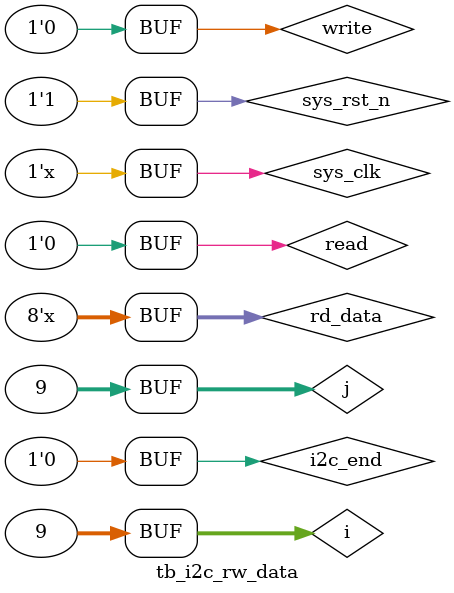
<source format=v>
`timescale 1ns / 1ps


module tb_i2c_rw_data;

	// Inputs
	reg sys_clk;
	reg sys_rst_n;
	reg write;
	reg read;
	reg i2c_end;
	reg [7:0] rd_data;

	// Outputs
	wire wr_en;
	wire rd_en;
	wire i2c_start;
	wire [15:0] byte_addr;
	wire [7:0] wr_data;
	wire [7:0] fifo_rd_data;

	// Instantiate the Unit Under Test (UUT)
	i2c_rw_data uut (
		.sys_clk(sys_clk), 
		.sys_rst_n(sys_rst_n), 
		.write(write), 
		.read(read), 
		.i2c_end(i2c_end), 
		.rd_data(rd_data), 
		.wr_en(wr_en), 
		.rd_en(rd_en), 
		.i2c_start(i2c_start), 
		.byte_addr(byte_addr), 
		.wr_data(wr_data), 
		.fifo_rd_data(fifo_rd_data)
	);

	integer i;

	initial begin
		// Initialize Inputs
		sys_clk = 1'b1;
		sys_rst_n <= 1'b0;
		write <= 1'b0;
		read <= 1'b0;
		i2c_end <= 1'b0;

		// Wait 100 ns for global reset to finish
		#200;
        sys_rst_n <= 1'b1;
		// Add stimulus here
		#1000;
		read <= 1'b1;
		#20;
		read <= 1'b0;

		// 读操作
		#4192000
		i2c_end <= 1'b1;
		#20
		i2c_end <= 1'b0;
		// //写操作
		// #4152000
		// i2c_end <= 1'b1;
		// #20
		// i2c_end <= 1'b0;
		for (i = 0; i <= 8; i = i + 1) begin
			#3999980
			i2c_end <= 1'b1;
			#20
			i2c_end <= 1'b0;
		end

	end

	integer j;

	initial begin
		rd_data <= 8'h0;
		#200;
		#1000;
		#20;

		// 读取数据的变化
		#4184020;
		rd_data <= 8'hA5;
		for (j = 0; j <= 8; j = j + 1) begin
			#4000000;
			rd_data <= rd_data + 1'b1;
		end

	end
    
	always #10 sys_clk = ~sys_clk;	// 周期=20ns

endmodule


</source>
